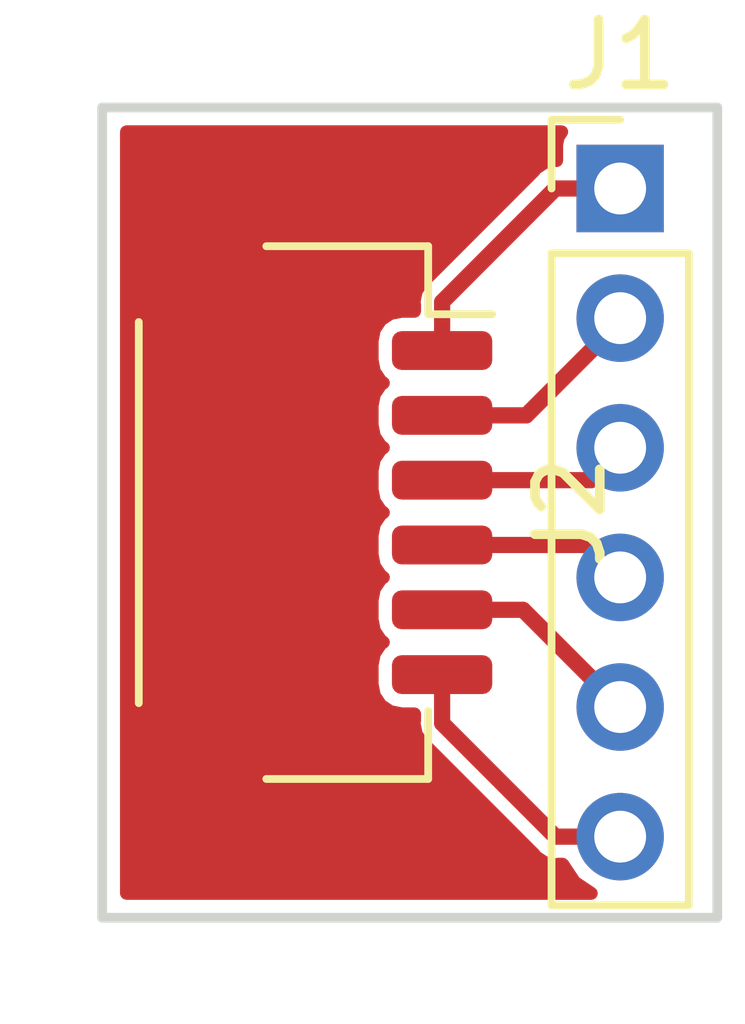
<source format=kicad_pcb>
(kicad_pcb (version 20171130) (host pcbnew 5.0.2-bee76a0~70~ubuntu18.04.1)

  (general
    (thickness 1.6)
    (drawings 4)
    (tracks 14)
    (zones 0)
    (modules 2)
    (nets 8)
  )

  (page A4)
  (layers
    (0 F.Cu signal)
    (31 B.Cu signal)
    (32 B.Adhes user)
    (33 F.Adhes user)
    (34 B.Paste user)
    (35 F.Paste user)
    (36 B.SilkS user)
    (37 F.SilkS user)
    (38 B.Mask user)
    (39 F.Mask user)
    (40 Dwgs.User user)
    (41 Cmts.User user)
    (42 Eco1.User user)
    (43 Eco2.User user)
    (44 Edge.Cuts user)
    (45 Margin user)
    (46 B.CrtYd user)
    (47 F.CrtYd user)
    (48 B.Fab user)
    (49 F.Fab user)
  )

  (setup
    (last_trace_width 0.25)
    (trace_clearance 0.2)
    (zone_clearance 0.2)
    (zone_45_only no)
    (trace_min 0.2)
    (segment_width 0.2)
    (edge_width 0.15)
    (via_size 0.8)
    (via_drill 0.4)
    (via_min_size 0.4)
    (via_min_drill 0.3)
    (uvia_size 0.3)
    (uvia_drill 0.1)
    (uvias_allowed no)
    (uvia_min_size 0.2)
    (uvia_min_drill 0.1)
    (pcb_text_width 0.3)
    (pcb_text_size 1.5 1.5)
    (mod_edge_width 0.15)
    (mod_text_size 1 1)
    (mod_text_width 0.15)
    (pad_size 1.524 1.524)
    (pad_drill 0.762)
    (pad_to_mask_clearance 0.051)
    (solder_mask_min_width 0.25)
    (aux_axis_origin 197.75 119.75)
    (visible_elements FFFFFF7F)
    (pcbplotparams
      (layerselection 0x010fc_ffffffff)
      (usegerberextensions true)
      (usegerberattributes false)
      (usegerberadvancedattributes false)
      (creategerberjobfile false)
      (excludeedgelayer true)
      (linewidth 0.100000)
      (plotframeref false)
      (viasonmask false)
      (mode 1)
      (useauxorigin true)
      (hpglpennumber 1)
      (hpglpenspeed 20)
      (hpglpendiameter 15.000000)
      (psnegative false)
      (psa4output false)
      (plotreference false)
      (plotvalue false)
      (plotinvisibletext false)
      (padsonsilk false)
      (subtractmaskfromsilk false)
      (outputformat 1)
      (mirror false)
      (drillshape 0)
      (scaleselection 1)
      (outputdirectory "gerbers/"))
  )

  (net 0 "")
  (net 1 "Net-(J1-Pad1)")
  (net 2 "Net-(J1-Pad2)")
  (net 3 "Net-(J1-Pad3)")
  (net 4 "Net-(J1-Pad4)")
  (net 5 "Net-(J2-PadMP)")
  (net 6 "Net-(J1-Pad5)")
  (net 7 "Net-(J1-Pad6)")

  (net_class Default "This is the default net class."
    (clearance 0.2)
    (trace_width 0.25)
    (via_dia 0.8)
    (via_drill 0.4)
    (uvia_dia 0.3)
    (uvia_drill 0.1)
    (add_net "Net-(J1-Pad1)")
    (add_net "Net-(J1-Pad2)")
    (add_net "Net-(J1-Pad3)")
    (add_net "Net-(J1-Pad4)")
    (add_net "Net-(J1-Pad5)")
    (add_net "Net-(J1-Pad6)")
    (add_net "Net-(J2-PadMP)")
  )

  (module Connector_JST:JST_SH_SM06B-SRSS-TB_1x06-1MP_P1.00mm_Horizontal (layer F.Cu) (tedit 5B78AD87) (tstamp 5E730C86)
    (at 191.5 126 270)
    (descr "JST SH series connector, SM06B-SRSS-TB (http://www.jst-mfg.com/product/pdf/eng/eSH.pdf), generated with kicad-footprint-generator")
    (tags "connector JST SH top entry")
    (path /5E651C9E)
    (attr smd)
    (fp_text reference J2 (at 0 -3.98 270) (layer F.SilkS)
      (effects (font (size 1 1) (thickness 0.15)))
    )
    (fp_text value JST (at 0 3.98 270) (layer F.Fab)
      (effects (font (size 1 1) (thickness 0.15)))
    )
    (fp_line (start -4 -1.675) (end 4 -1.675) (layer F.Fab) (width 0.1))
    (fp_line (start -4.11 0.715) (end -4.11 -1.785) (layer F.SilkS) (width 0.12))
    (fp_line (start -4.11 -1.785) (end -3.06 -1.785) (layer F.SilkS) (width 0.12))
    (fp_line (start -3.06 -1.785) (end -3.06 -2.775) (layer F.SilkS) (width 0.12))
    (fp_line (start 4.11 0.715) (end 4.11 -1.785) (layer F.SilkS) (width 0.12))
    (fp_line (start 4.11 -1.785) (end 3.06 -1.785) (layer F.SilkS) (width 0.12))
    (fp_line (start -2.94 2.685) (end 2.94 2.685) (layer F.SilkS) (width 0.12))
    (fp_line (start -4 2.575) (end 4 2.575) (layer F.Fab) (width 0.1))
    (fp_line (start -4 -1.675) (end -4 2.575) (layer F.Fab) (width 0.1))
    (fp_line (start 4 -1.675) (end 4 2.575) (layer F.Fab) (width 0.1))
    (fp_line (start -4.9 -3.28) (end -4.9 3.28) (layer F.CrtYd) (width 0.05))
    (fp_line (start -4.9 3.28) (end 4.9 3.28) (layer F.CrtYd) (width 0.05))
    (fp_line (start 4.9 3.28) (end 4.9 -3.28) (layer F.CrtYd) (width 0.05))
    (fp_line (start 4.9 -3.28) (end -4.9 -3.28) (layer F.CrtYd) (width 0.05))
    (fp_line (start -3 -1.675) (end -2.5 -0.967893) (layer F.Fab) (width 0.1))
    (fp_line (start -2.5 -0.967893) (end -2 -1.675) (layer F.Fab) (width 0.1))
    (fp_text user %R (at 0 0 270) (layer F.Fab)
      (effects (font (size 1 1) (thickness 0.15)))
    )
    (pad 1 smd roundrect (at -2.5 -2 270) (size 0.6 1.55) (layers F.Cu F.Paste F.Mask) (roundrect_rratio 0.25)
      (net 1 "Net-(J1-Pad1)"))
    (pad 2 smd roundrect (at -1.5 -2 270) (size 0.6 1.55) (layers F.Cu F.Paste F.Mask) (roundrect_rratio 0.25)
      (net 2 "Net-(J1-Pad2)"))
    (pad 3 smd roundrect (at -0.5 -2 270) (size 0.6 1.55) (layers F.Cu F.Paste F.Mask) (roundrect_rratio 0.25)
      (net 3 "Net-(J1-Pad3)"))
    (pad 4 smd roundrect (at 0.5 -2 270) (size 0.6 1.55) (layers F.Cu F.Paste F.Mask) (roundrect_rratio 0.25)
      (net 4 "Net-(J1-Pad4)"))
    (pad 5 smd roundrect (at 1.5 -2 270) (size 0.6 1.55) (layers F.Cu F.Paste F.Mask) (roundrect_rratio 0.25)
      (net 6 "Net-(J1-Pad5)"))
    (pad 6 smd roundrect (at 2.5 -2 270) (size 0.6 1.55) (layers F.Cu F.Paste F.Mask) (roundrect_rratio 0.25)
      (net 7 "Net-(J1-Pad6)"))
    (pad MP smd roundrect (at -3.8 1.875 270) (size 1.2 1.8) (layers F.Cu F.Paste F.Mask) (roundrect_rratio 0.208333)
      (net 5 "Net-(J2-PadMP)"))
    (pad MP smd roundrect (at 3.8 1.875 270) (size 1.2 1.8) (layers F.Cu F.Paste F.Mask) (roundrect_rratio 0.208333)
      (net 5 "Net-(J2-PadMP)"))
    (model ${KISYS3DMOD}/Connector_JST.3dshapes/JST_SH_SM06B-SRSS-TB_1x06-1MP_P1.00mm_Horizontal.wrl
      (at (xyz 0 0 0))
      (scale (xyz 1 1 1))
      (rotate (xyz 0 0 0))
    )
  )

  (module Connector_PinHeader_2.00mm:PinHeader_1x06_P2.00mm_Vertical (layer F.Cu) (tedit 59FED667) (tstamp 5E730D0A)
    (at 196.25 121)
    (descr "Through hole straight pin header, 1x06, 2.00mm pitch, single row")
    (tags "Through hole pin header THT 1x06 2.00mm single row")
    (path /5E651B88)
    (fp_text reference J1 (at 0 -2.06) (layer F.SilkS)
      (effects (font (size 1 1) (thickness 0.15)))
    )
    (fp_text value 2mm (at 0 12.06) (layer F.Fab)
      (effects (font (size 1 1) (thickness 0.15)))
    )
    (fp_line (start -0.5 -1) (end 1 -1) (layer F.Fab) (width 0.1))
    (fp_line (start 1 -1) (end 1 11) (layer F.Fab) (width 0.1))
    (fp_line (start 1 11) (end -1 11) (layer F.Fab) (width 0.1))
    (fp_line (start -1 11) (end -1 -0.5) (layer F.Fab) (width 0.1))
    (fp_line (start -1 -0.5) (end -0.5 -1) (layer F.Fab) (width 0.1))
    (fp_line (start -1.06 11.06) (end 1.06 11.06) (layer F.SilkS) (width 0.12))
    (fp_line (start -1.06 1) (end -1.06 11.06) (layer F.SilkS) (width 0.12))
    (fp_line (start 1.06 1) (end 1.06 11.06) (layer F.SilkS) (width 0.12))
    (fp_line (start -1.06 1) (end 1.06 1) (layer F.SilkS) (width 0.12))
    (fp_line (start -1.06 0) (end -1.06 -1.06) (layer F.SilkS) (width 0.12))
    (fp_line (start -1.06 -1.06) (end 0 -1.06) (layer F.SilkS) (width 0.12))
    (fp_line (start -1.5 -1.5) (end -1.5 11.5) (layer F.CrtYd) (width 0.05))
    (fp_line (start -1.5 11.5) (end 1.5 11.5) (layer F.CrtYd) (width 0.05))
    (fp_line (start 1.5 11.5) (end 1.5 -1.5) (layer F.CrtYd) (width 0.05))
    (fp_line (start 1.5 -1.5) (end -1.5 -1.5) (layer F.CrtYd) (width 0.05))
    (fp_text user %R (at 0 5 90) (layer F.Fab)
      (effects (font (size 1 1) (thickness 0.15)))
    )
    (pad 1 thru_hole rect (at 0 0) (size 1.35 1.35) (drill 0.8) (layers *.Cu *.Mask)
      (net 1 "Net-(J1-Pad1)"))
    (pad 2 thru_hole oval (at 0 2) (size 1.35 1.35) (drill 0.8) (layers *.Cu *.Mask)
      (net 2 "Net-(J1-Pad2)"))
    (pad 3 thru_hole oval (at 0 4) (size 1.35 1.35) (drill 0.8) (layers *.Cu *.Mask)
      (net 3 "Net-(J1-Pad3)"))
    (pad 4 thru_hole oval (at 0 6) (size 1.35 1.35) (drill 0.8) (layers *.Cu *.Mask)
      (net 4 "Net-(J1-Pad4)"))
    (pad 5 thru_hole oval (at 0 8) (size 1.35 1.35) (drill 0.8) (layers *.Cu *.Mask)
      (net 6 "Net-(J1-Pad5)"))
    (pad 6 thru_hole oval (at 0 10) (size 1.35 1.35) (drill 0.8) (layers *.Cu *.Mask)
      (net 7 "Net-(J1-Pad6)"))
    (model ${KISYS3DMOD}/Connector_PinHeader_2.00mm.3dshapes/PinHeader_1x06_P2.00mm_Vertical.wrl
      (at (xyz 0 0 0))
      (scale (xyz 1 1 1))
      (rotate (xyz 0 0 0))
    )
  )

  (gr_line (start 188.25 132.25) (end 188.25 119.75) (layer Edge.Cuts) (width 0.15))
  (gr_line (start 197.75 119.75) (end 197.75 132.25) (layer Edge.Cuts) (width 0.15))
  (gr_line (start 197.75 132.25) (end 188.25 132.25) (layer Edge.Cuts) (width 0.15))
  (gr_line (start 197.75 119.75) (end 188.25 119.75) (layer Edge.Cuts) (width 0.15))

  (segment (start 195.25 121) (end 196.25 121) (width 0.25) (layer F.Cu) (net 1))
  (segment (start 193.5 123.5) (end 193.5 122.75) (width 0.25) (layer F.Cu) (net 1))
  (segment (start 193.5 122.75) (end 195.25 121) (width 0.25) (layer F.Cu) (net 1))
  (segment (start 194.800002 124.5) (end 196.275001 123.025001) (width 0.25) (layer F.Cu) (net 2))
  (segment (start 193.5 124.5) (end 194.800002 124.5) (width 0.25) (layer F.Cu) (net 2))
  (segment (start 195.800002 125.5) (end 196.275001 125.025001) (width 0.25) (layer F.Cu) (net 3))
  (segment (start 193.5 125.5) (end 195.800002 125.5) (width 0.25) (layer F.Cu) (net 3))
  (segment (start 195.75 126.5) (end 196.275001 127.025001) (width 0.25) (layer F.Cu) (net 4))
  (segment (start 193.5 126.5) (end 195.75 126.5) (width 0.25) (layer F.Cu) (net 4))
  (segment (start 193.5 127.5) (end 194.75 127.5) (width 0.25) (layer F.Cu) (net 6))
  (segment (start 194.75 127.5) (end 196.275001 129.025001) (width 0.25) (layer F.Cu) (net 6))
  (segment (start 193.5 128.5) (end 193.5 129.25) (width 0.25) (layer F.Cu) (net 7))
  (segment (start 195.25 131) (end 196.25 131) (width 0.25) (layer F.Cu) (net 7))
  (segment (start 193.5 129.25) (end 195.25 131) (width 0.25) (layer F.Cu) (net 7))

  (zone (net 5) (net_name "Net-(J2-PadMP)") (layer F.Cu) (tstamp 5E730E50) (hatch edge 0.508)
    (connect_pads yes (clearance 0.2))
    (min_thickness 0.2)
    (fill yes (arc_segments 16) (thermal_gap 0.2) (thermal_bridge_width 0.21))
    (polygon
      (pts
        (xy 188.25 119.75) (xy 197.75 119.75) (xy 197.75 132.25) (xy 188.25 132.25)
      )
    )
    (filled_polygon
      (pts
        (xy 195.292407 120.207946) (xy 195.269123 120.325) (xy 195.269123 120.570478) (xy 195.25 120.566674) (xy 195.208142 120.575)
        (xy 195.084173 120.599659) (xy 194.943592 120.693592) (xy 194.919881 120.729078) (xy 193.229079 122.419881) (xy 193.193593 122.443592)
        (xy 193.169882 122.479078) (xy 193.099659 122.584174) (xy 193.066674 122.75) (xy 193.075001 122.791862) (xy 193.075001 122.894123)
        (xy 192.875 122.894123) (xy 192.700543 122.928825) (xy 192.552646 123.027646) (xy 192.453825 123.175543) (xy 192.419123 123.35)
        (xy 192.419123 123.65) (xy 192.453825 123.824457) (xy 192.552646 123.972354) (xy 192.594021 124) (xy 192.552646 124.027646)
        (xy 192.453825 124.175543) (xy 192.419123 124.35) (xy 192.419123 124.65) (xy 192.453825 124.824457) (xy 192.552646 124.972354)
        (xy 192.594021 125) (xy 192.552646 125.027646) (xy 192.453825 125.175543) (xy 192.419123 125.35) (xy 192.419123 125.65)
        (xy 192.453825 125.824457) (xy 192.552646 125.972354) (xy 192.594021 126) (xy 192.552646 126.027646) (xy 192.453825 126.175543)
        (xy 192.419123 126.35) (xy 192.419123 126.65) (xy 192.453825 126.824457) (xy 192.552646 126.972354) (xy 192.594021 127)
        (xy 192.552646 127.027646) (xy 192.453825 127.175543) (xy 192.419123 127.35) (xy 192.419123 127.65) (xy 192.453825 127.824457)
        (xy 192.552646 127.972354) (xy 192.594021 128) (xy 192.552646 128.027646) (xy 192.453825 128.175543) (xy 192.419123 128.35)
        (xy 192.419123 128.65) (xy 192.453825 128.824457) (xy 192.552646 128.972354) (xy 192.700543 129.071175) (xy 192.875 129.105877)
        (xy 193.075001 129.105877) (xy 193.075001 129.208138) (xy 193.066674 129.25) (xy 193.099659 129.415826) (xy 193.169882 129.520922)
        (xy 193.193593 129.556408) (xy 193.229079 129.580119) (xy 194.919881 131.270922) (xy 194.943592 131.306408) (xy 194.979077 131.330118)
        (xy 195.084173 131.400341) (xy 195.25 131.433326) (xy 195.291857 131.425) (xy 195.361353 131.425) (xy 195.547064 131.702936)
        (xy 195.804576 131.875) (xy 188.625 131.875) (xy 188.625 120.125) (xy 195.347829 120.125)
      )
    )
  )
)

</source>
